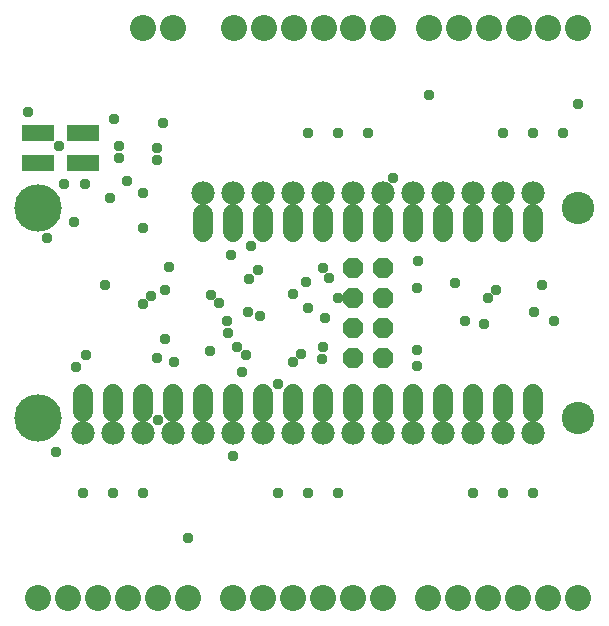
<source format=gbs>
G75*
%MOIN*%
%OFA0B0*%
%FSLAX25Y25*%
%IPPOS*%
%LPD*%
%AMOC8*
5,1,8,0,0,1.08239X$1,22.5*
%
%ADD10R,0.10800X0.05800*%
%ADD11C,0.10800*%
%ADD12C,0.15800*%
%ADD13C,0.07800*%
%ADD14C,0.08674*%
%ADD15OC8,0.06800*%
%ADD16C,0.06800*%
%ADD17C,0.03778*%
D10*
X0015000Y0161000D03*
X0015000Y0171000D03*
X0030000Y0171000D03*
X0030000Y0161000D03*
D11*
X0195000Y0146000D03*
X0195000Y0076000D03*
D12*
X0015000Y0076000D03*
X0015000Y0146000D03*
D13*
X0070000Y0151000D03*
X0080000Y0151000D03*
X0090000Y0151000D03*
X0100000Y0151000D03*
X0110000Y0151000D03*
X0120000Y0151000D03*
X0130000Y0151000D03*
X0140000Y0151000D03*
X0150000Y0151000D03*
X0160000Y0151000D03*
X0170000Y0151000D03*
X0180000Y0151000D03*
X0180000Y0071000D03*
X0170000Y0071000D03*
X0160000Y0071000D03*
X0150000Y0071000D03*
X0140000Y0071000D03*
X0130000Y0071000D03*
X0120000Y0071000D03*
X0110000Y0071000D03*
X0100000Y0071000D03*
X0090000Y0071000D03*
X0080000Y0071000D03*
X0070000Y0071000D03*
X0060000Y0071000D03*
X0050000Y0071000D03*
X0040000Y0071000D03*
X0030000Y0071000D03*
D14*
X0015000Y0016000D03*
X0025000Y0016000D03*
X0034882Y0016000D03*
X0044882Y0016000D03*
X0054882Y0016000D03*
X0064882Y0016000D03*
X0080000Y0016000D03*
X0090000Y0016000D03*
X0099882Y0016000D03*
X0109882Y0016000D03*
X0119882Y0016000D03*
X0129882Y0016000D03*
X0145000Y0016000D03*
X0155000Y0016000D03*
X0164882Y0016000D03*
X0174882Y0016000D03*
X0184882Y0016000D03*
X0194882Y0016000D03*
X0195000Y0206000D03*
X0185000Y0206000D03*
X0175118Y0206000D03*
X0165118Y0206000D03*
X0155118Y0206000D03*
X0145118Y0206000D03*
X0130000Y0206000D03*
X0120000Y0206000D03*
X0110118Y0206000D03*
X0100118Y0206000D03*
X0090118Y0206000D03*
X0080118Y0206000D03*
X0060000Y0206000D03*
X0050000Y0206000D03*
D15*
X0120000Y0126000D03*
X0120000Y0116000D03*
X0130000Y0116000D03*
X0130000Y0126000D03*
X0130000Y0106000D03*
X0130000Y0096000D03*
X0120000Y0096000D03*
X0120000Y0106000D03*
D16*
X0120000Y0084000D02*
X0120000Y0078000D01*
X0130000Y0078000D02*
X0130000Y0084000D01*
X0140000Y0084000D02*
X0140000Y0078000D01*
X0150000Y0078000D02*
X0150000Y0084000D01*
X0160000Y0084000D02*
X0160000Y0078000D01*
X0170000Y0078000D02*
X0170000Y0084000D01*
X0180000Y0084000D02*
X0180000Y0078000D01*
X0180000Y0138000D02*
X0180000Y0144000D01*
X0170000Y0144000D02*
X0170000Y0138000D01*
X0160000Y0138000D02*
X0160000Y0144000D01*
X0150000Y0144000D02*
X0150000Y0138000D01*
X0140000Y0138000D02*
X0140000Y0144000D01*
X0130000Y0144000D02*
X0130000Y0138000D01*
X0120000Y0138000D02*
X0120000Y0144000D01*
X0110000Y0144000D02*
X0110000Y0138000D01*
X0100000Y0138000D02*
X0100000Y0144000D01*
X0090000Y0144000D02*
X0090000Y0138000D01*
X0080000Y0138000D02*
X0080000Y0144000D01*
X0070000Y0144000D02*
X0070000Y0138000D01*
X0070000Y0084000D02*
X0070000Y0078000D01*
X0060000Y0078000D02*
X0060000Y0084000D01*
X0050000Y0084000D02*
X0050000Y0078000D01*
X0040000Y0078000D02*
X0040000Y0084000D01*
X0030000Y0084000D02*
X0030000Y0078000D01*
X0080000Y0078000D02*
X0080000Y0084000D01*
X0090000Y0084000D02*
X0090000Y0078000D01*
X0100000Y0078000D02*
X0100000Y0084000D01*
X0110000Y0084000D02*
X0110000Y0078000D01*
D17*
X0095000Y0087311D03*
X0099800Y0094800D03*
X0102556Y0097387D03*
X0109750Y0095761D03*
X0109800Y0099600D03*
X0110600Y0109200D03*
X0105000Y0112800D03*
X0100000Y0117302D03*
X0104311Y0121500D03*
X0110000Y0126000D03*
X0112032Y0122689D03*
X0115000Y0116000D03*
X0089000Y0110000D03*
X0085000Y0111200D03*
X0077800Y0108500D03*
X0078400Y0104403D03*
X0081301Y0099699D03*
X0084193Y0097163D03*
X0083000Y0091200D03*
X0072249Y0098251D03*
X0060200Y0094600D03*
X0054711Y0096000D03*
X0057400Y0102400D03*
X0049800Y0114000D03*
X0052600Y0116800D03*
X0057400Y0118800D03*
X0058600Y0126400D03*
X0049800Y0139200D03*
X0039000Y0149200D03*
X0044600Y0155100D03*
X0050000Y0151000D03*
X0054600Y0162000D03*
X0054600Y0166000D03*
X0056600Y0174400D03*
X0040200Y0175600D03*
X0041800Y0166800D03*
X0041800Y0162800D03*
X0030500Y0154000D03*
X0023500Y0154000D03*
X0021800Y0166800D03*
X0011511Y0178000D03*
X0027000Y0141200D03*
X0017800Y0136000D03*
X0037400Y0120400D03*
X0031001Y0097001D03*
X0027449Y0092949D03*
X0021000Y0064800D03*
X0030000Y0051000D03*
X0040000Y0051000D03*
X0050000Y0051000D03*
X0065000Y0036000D03*
X0080000Y0063311D03*
X0095000Y0051000D03*
X0105000Y0051000D03*
X0115000Y0051000D03*
X0141400Y0093200D03*
X0141400Y0098800D03*
X0157314Y0108511D03*
X0163499Y0107501D03*
X0165000Y0116000D03*
X0167573Y0118770D03*
X0154001Y0121000D03*
X0141400Y0119200D03*
X0141500Y0128500D03*
X0133400Y0156000D03*
X0125000Y0171000D03*
X0115000Y0171000D03*
X0105000Y0171000D03*
X0085800Y0133200D03*
X0079400Y0130400D03*
X0085400Y0122400D03*
X0088200Y0125200D03*
X0075154Y0114222D03*
X0072500Y0116911D03*
X0055000Y0075520D03*
X0145400Y0183600D03*
X0170000Y0171000D03*
X0180000Y0171000D03*
X0190000Y0171000D03*
X0195000Y0180800D03*
X0183000Y0120400D03*
X0180200Y0111200D03*
X0187000Y0108400D03*
X0180000Y0051000D03*
X0170000Y0051000D03*
X0160000Y0051000D03*
M02*

</source>
